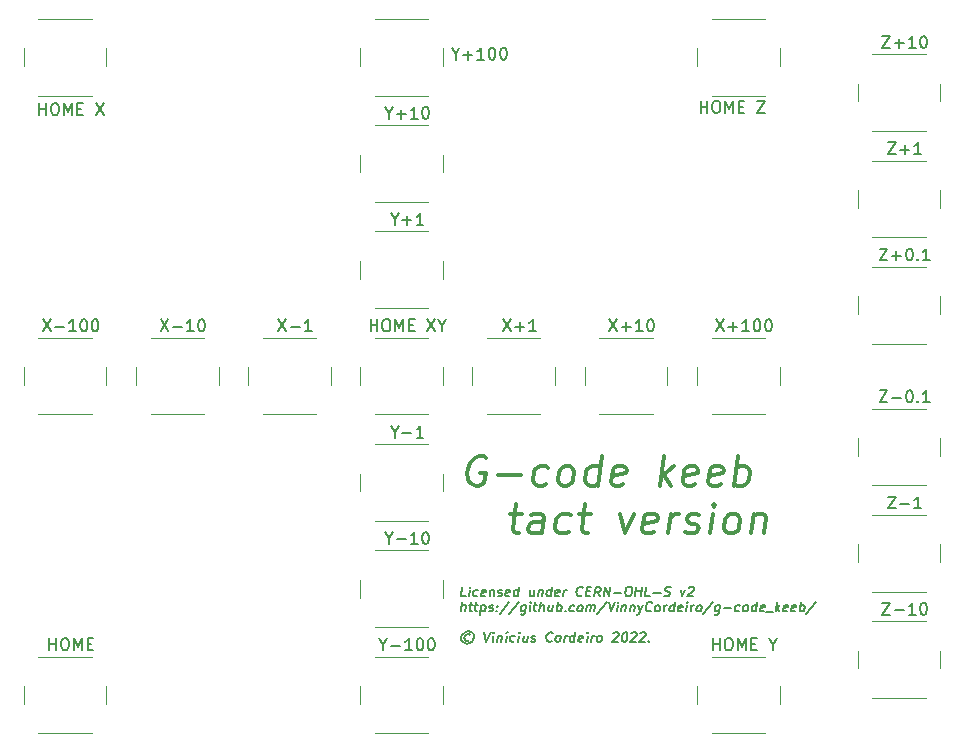
<source format=gbr>
%TF.GenerationSoftware,KiCad,Pcbnew,(6.0.4)*%
%TF.CreationDate,2022-05-21T19:00:59-03:00*%
%TF.ProjectId,G-Code_Keeb_tact,472d436f-6465-45f4-9b65-65625f746163,1*%
%TF.SameCoordinates,Original*%
%TF.FileFunction,Legend,Top*%
%TF.FilePolarity,Positive*%
%FSLAX46Y46*%
G04 Gerber Fmt 4.6, Leading zero omitted, Abs format (unit mm)*
G04 Created by KiCad (PCBNEW (6.0.4)) date 2022-05-21 19:00:59*
%MOMM*%
%LPD*%
G01*
G04 APERTURE LIST*
%ADD10C,0.150000*%
%ADD11C,0.300000*%
%ADD12C,0.120000*%
G04 APERTURE END LIST*
D10*
X128673690Y-111889904D02*
X128292738Y-111889904D01*
X128392738Y-111089904D01*
X128940357Y-111889904D02*
X129007023Y-111356571D01*
X129040357Y-111089904D02*
X128997500Y-111128000D01*
X129030833Y-111166095D01*
X129073690Y-111128000D01*
X129040357Y-111089904D01*
X129030833Y-111166095D01*
X129668928Y-111851809D02*
X129587976Y-111889904D01*
X129435595Y-111889904D01*
X129364166Y-111851809D01*
X129330833Y-111813714D01*
X129302261Y-111737523D01*
X129330833Y-111508952D01*
X129378452Y-111432761D01*
X129421309Y-111394666D01*
X129502261Y-111356571D01*
X129654642Y-111356571D01*
X129726071Y-111394666D01*
X130316547Y-111851809D02*
X130235595Y-111889904D01*
X130083214Y-111889904D01*
X130011785Y-111851809D01*
X129983214Y-111775619D01*
X130021309Y-111470857D01*
X130068928Y-111394666D01*
X130149880Y-111356571D01*
X130302261Y-111356571D01*
X130373690Y-111394666D01*
X130402261Y-111470857D01*
X130392738Y-111547047D01*
X130002261Y-111623238D01*
X130759404Y-111356571D02*
X130692738Y-111889904D01*
X130749880Y-111432761D02*
X130792738Y-111394666D01*
X130873690Y-111356571D01*
X130987976Y-111356571D01*
X131059404Y-111394666D01*
X131087976Y-111470857D01*
X131035595Y-111889904D01*
X131383214Y-111851809D02*
X131454642Y-111889904D01*
X131607023Y-111889904D01*
X131687976Y-111851809D01*
X131735595Y-111775619D01*
X131740357Y-111737523D01*
X131711785Y-111661333D01*
X131640357Y-111623238D01*
X131526071Y-111623238D01*
X131454642Y-111585142D01*
X131426071Y-111508952D01*
X131430833Y-111470857D01*
X131478452Y-111394666D01*
X131559404Y-111356571D01*
X131673690Y-111356571D01*
X131745119Y-111394666D01*
X132373690Y-111851809D02*
X132292738Y-111889904D01*
X132140357Y-111889904D01*
X132068928Y-111851809D01*
X132040357Y-111775619D01*
X132078452Y-111470857D01*
X132126071Y-111394666D01*
X132207023Y-111356571D01*
X132359404Y-111356571D01*
X132430833Y-111394666D01*
X132459404Y-111470857D01*
X132449880Y-111547047D01*
X132059404Y-111623238D01*
X133092738Y-111889904D02*
X133192738Y-111089904D01*
X133097500Y-111851809D02*
X133016547Y-111889904D01*
X132864166Y-111889904D01*
X132792738Y-111851809D01*
X132759404Y-111813714D01*
X132730833Y-111737523D01*
X132759404Y-111508952D01*
X132807023Y-111432761D01*
X132849880Y-111394666D01*
X132930833Y-111356571D01*
X133083214Y-111356571D01*
X133154642Y-111394666D01*
X134492738Y-111356571D02*
X134426071Y-111889904D01*
X134149880Y-111356571D02*
X134097500Y-111775619D01*
X134126071Y-111851809D01*
X134197500Y-111889904D01*
X134311785Y-111889904D01*
X134392738Y-111851809D01*
X134435595Y-111813714D01*
X134873690Y-111356571D02*
X134807023Y-111889904D01*
X134864166Y-111432761D02*
X134907023Y-111394666D01*
X134987976Y-111356571D01*
X135102261Y-111356571D01*
X135173690Y-111394666D01*
X135202261Y-111470857D01*
X135149880Y-111889904D01*
X135873690Y-111889904D02*
X135973690Y-111089904D01*
X135878452Y-111851809D02*
X135797500Y-111889904D01*
X135645119Y-111889904D01*
X135573690Y-111851809D01*
X135540357Y-111813714D01*
X135511785Y-111737523D01*
X135540357Y-111508952D01*
X135587976Y-111432761D01*
X135630833Y-111394666D01*
X135711785Y-111356571D01*
X135864166Y-111356571D01*
X135935595Y-111394666D01*
X136564166Y-111851809D02*
X136483214Y-111889904D01*
X136330833Y-111889904D01*
X136259404Y-111851809D01*
X136230833Y-111775619D01*
X136268928Y-111470857D01*
X136316547Y-111394666D01*
X136397500Y-111356571D01*
X136549880Y-111356571D01*
X136621309Y-111394666D01*
X136649880Y-111470857D01*
X136640357Y-111547047D01*
X136249880Y-111623238D01*
X136940357Y-111889904D02*
X137007023Y-111356571D01*
X136987976Y-111508952D02*
X137035595Y-111432761D01*
X137078452Y-111394666D01*
X137159404Y-111356571D01*
X137235595Y-111356571D01*
X138511785Y-111813714D02*
X138468928Y-111851809D01*
X138349880Y-111889904D01*
X138273690Y-111889904D01*
X138164166Y-111851809D01*
X138097500Y-111775619D01*
X138068928Y-111699428D01*
X138049880Y-111547047D01*
X138064166Y-111432761D01*
X138121309Y-111280380D01*
X138168928Y-111204190D01*
X138254642Y-111128000D01*
X138373690Y-111089904D01*
X138449880Y-111089904D01*
X138559404Y-111128000D01*
X138592738Y-111166095D01*
X138897500Y-111470857D02*
X139164166Y-111470857D01*
X139226071Y-111889904D02*
X138845119Y-111889904D01*
X138945119Y-111089904D01*
X139326071Y-111089904D01*
X140026071Y-111889904D02*
X139807023Y-111508952D01*
X139568928Y-111889904D02*
X139668928Y-111089904D01*
X139973690Y-111089904D01*
X140045119Y-111128000D01*
X140078452Y-111166095D01*
X140107023Y-111242285D01*
X140092738Y-111356571D01*
X140045119Y-111432761D01*
X140002261Y-111470857D01*
X139921309Y-111508952D01*
X139616547Y-111508952D01*
X140368928Y-111889904D02*
X140468928Y-111089904D01*
X140826071Y-111889904D01*
X140926071Y-111089904D01*
X141245119Y-111585142D02*
X141854642Y-111585142D01*
X142449880Y-111089904D02*
X142602261Y-111089904D01*
X142673690Y-111128000D01*
X142740357Y-111204190D01*
X142759404Y-111356571D01*
X142726071Y-111623238D01*
X142668928Y-111775619D01*
X142583214Y-111851809D01*
X142502261Y-111889904D01*
X142349880Y-111889904D01*
X142278452Y-111851809D01*
X142211785Y-111775619D01*
X142192738Y-111623238D01*
X142226071Y-111356571D01*
X142283214Y-111204190D01*
X142368928Y-111128000D01*
X142449880Y-111089904D01*
X143035595Y-111889904D02*
X143135595Y-111089904D01*
X143087976Y-111470857D02*
X143545119Y-111470857D01*
X143492738Y-111889904D02*
X143592738Y-111089904D01*
X144254642Y-111889904D02*
X143873690Y-111889904D01*
X143973690Y-111089904D01*
X144559404Y-111585142D02*
X145168928Y-111585142D01*
X145478452Y-111851809D02*
X145587976Y-111889904D01*
X145778452Y-111889904D01*
X145859404Y-111851809D01*
X145902261Y-111813714D01*
X145949880Y-111737523D01*
X145959404Y-111661333D01*
X145930833Y-111585142D01*
X145897500Y-111547047D01*
X145826071Y-111508952D01*
X145678452Y-111470857D01*
X145607023Y-111432761D01*
X145573690Y-111394666D01*
X145545119Y-111318476D01*
X145554642Y-111242285D01*
X145602261Y-111166095D01*
X145645119Y-111128000D01*
X145726071Y-111089904D01*
X145916547Y-111089904D01*
X146026071Y-111128000D01*
X146873690Y-111356571D02*
X146997500Y-111889904D01*
X147254642Y-111356571D01*
X147545119Y-111166095D02*
X147587976Y-111128000D01*
X147668928Y-111089904D01*
X147859404Y-111089904D01*
X147930833Y-111128000D01*
X147964166Y-111166095D01*
X147992738Y-111242285D01*
X147983214Y-111318476D01*
X147930833Y-111432761D01*
X147416547Y-111889904D01*
X147911785Y-111889904D01*
X128292738Y-113177904D02*
X128392738Y-112377904D01*
X128635595Y-113177904D02*
X128687976Y-112758857D01*
X128659404Y-112682666D01*
X128587976Y-112644571D01*
X128473690Y-112644571D01*
X128392738Y-112682666D01*
X128349880Y-112720761D01*
X128968928Y-112644571D02*
X129273690Y-112644571D01*
X129116547Y-112377904D02*
X129030833Y-113063619D01*
X129059404Y-113139809D01*
X129130833Y-113177904D01*
X129207023Y-113177904D01*
X129426071Y-112644571D02*
X129730833Y-112644571D01*
X129573690Y-112377904D02*
X129487976Y-113063619D01*
X129516547Y-113139809D01*
X129587976Y-113177904D01*
X129664166Y-113177904D01*
X129997500Y-112644571D02*
X129897500Y-113444571D01*
X129992738Y-112682666D02*
X130073690Y-112644571D01*
X130226071Y-112644571D01*
X130297500Y-112682666D01*
X130330833Y-112720761D01*
X130359404Y-112796952D01*
X130330833Y-113025523D01*
X130283214Y-113101714D01*
X130240357Y-113139809D01*
X130159404Y-113177904D01*
X130007023Y-113177904D01*
X129935595Y-113139809D01*
X130621309Y-113139809D02*
X130692738Y-113177904D01*
X130845119Y-113177904D01*
X130926071Y-113139809D01*
X130973690Y-113063619D01*
X130978452Y-113025523D01*
X130949880Y-112949333D01*
X130878452Y-112911238D01*
X130764166Y-112911238D01*
X130692738Y-112873142D01*
X130664166Y-112796952D01*
X130668928Y-112758857D01*
X130716547Y-112682666D01*
X130797500Y-112644571D01*
X130911785Y-112644571D01*
X130983214Y-112682666D01*
X131311785Y-113101714D02*
X131345119Y-113139809D01*
X131302261Y-113177904D01*
X131268928Y-113139809D01*
X131311785Y-113101714D01*
X131302261Y-113177904D01*
X131364166Y-112682666D02*
X131397500Y-112720761D01*
X131354642Y-112758857D01*
X131321309Y-112720761D01*
X131364166Y-112682666D01*
X131354642Y-112758857D01*
X132359404Y-112339809D02*
X131545119Y-113368380D01*
X133197500Y-112339809D02*
X132383214Y-113368380D01*
X133768928Y-112644571D02*
X133687976Y-113292190D01*
X133640357Y-113368380D01*
X133597500Y-113406476D01*
X133516547Y-113444571D01*
X133402261Y-113444571D01*
X133330833Y-113406476D01*
X133707023Y-113139809D02*
X133626071Y-113177904D01*
X133473690Y-113177904D01*
X133402261Y-113139809D01*
X133368928Y-113101714D01*
X133340357Y-113025523D01*
X133368928Y-112796952D01*
X133416547Y-112720761D01*
X133459404Y-112682666D01*
X133540357Y-112644571D01*
X133692738Y-112644571D01*
X133764166Y-112682666D01*
X134083214Y-113177904D02*
X134149880Y-112644571D01*
X134183214Y-112377904D02*
X134140357Y-112416000D01*
X134173690Y-112454095D01*
X134216547Y-112416000D01*
X134183214Y-112377904D01*
X134173690Y-112454095D01*
X134416547Y-112644571D02*
X134721309Y-112644571D01*
X134564166Y-112377904D02*
X134478452Y-113063619D01*
X134507023Y-113139809D01*
X134578452Y-113177904D01*
X134654642Y-113177904D01*
X134921309Y-113177904D02*
X135021309Y-112377904D01*
X135264166Y-113177904D02*
X135316547Y-112758857D01*
X135287976Y-112682666D01*
X135216547Y-112644571D01*
X135102261Y-112644571D01*
X135021309Y-112682666D01*
X134978452Y-112720761D01*
X136054642Y-112644571D02*
X135987976Y-113177904D01*
X135711785Y-112644571D02*
X135659404Y-113063619D01*
X135687976Y-113139809D01*
X135759404Y-113177904D01*
X135873690Y-113177904D01*
X135954642Y-113139809D01*
X135997500Y-113101714D01*
X136368928Y-113177904D02*
X136468928Y-112377904D01*
X136430833Y-112682666D02*
X136511785Y-112644571D01*
X136664166Y-112644571D01*
X136735595Y-112682666D01*
X136768928Y-112720761D01*
X136797500Y-112796952D01*
X136768928Y-113025523D01*
X136721309Y-113101714D01*
X136678452Y-113139809D01*
X136597500Y-113177904D01*
X136445119Y-113177904D01*
X136373690Y-113139809D01*
X137102261Y-113101714D02*
X137135595Y-113139809D01*
X137092738Y-113177904D01*
X137059404Y-113139809D01*
X137102261Y-113101714D01*
X137092738Y-113177904D01*
X137821309Y-113139809D02*
X137740357Y-113177904D01*
X137587976Y-113177904D01*
X137516547Y-113139809D01*
X137483214Y-113101714D01*
X137454642Y-113025523D01*
X137483214Y-112796952D01*
X137530833Y-112720761D01*
X137573690Y-112682666D01*
X137654642Y-112644571D01*
X137807023Y-112644571D01*
X137878452Y-112682666D01*
X138273690Y-113177904D02*
X138202261Y-113139809D01*
X138168928Y-113101714D01*
X138140357Y-113025523D01*
X138168928Y-112796952D01*
X138216547Y-112720761D01*
X138259404Y-112682666D01*
X138340357Y-112644571D01*
X138454642Y-112644571D01*
X138526071Y-112682666D01*
X138559404Y-112720761D01*
X138587976Y-112796952D01*
X138559404Y-113025523D01*
X138511785Y-113101714D01*
X138468928Y-113139809D01*
X138387976Y-113177904D01*
X138273690Y-113177904D01*
X138883214Y-113177904D02*
X138949880Y-112644571D01*
X138940357Y-112720761D02*
X138983214Y-112682666D01*
X139064166Y-112644571D01*
X139178452Y-112644571D01*
X139249880Y-112682666D01*
X139278452Y-112758857D01*
X139226071Y-113177904D01*
X139278452Y-112758857D02*
X139326071Y-112682666D01*
X139407023Y-112644571D01*
X139521309Y-112644571D01*
X139592738Y-112682666D01*
X139621309Y-112758857D01*
X139568928Y-113177904D01*
X140626071Y-112339809D02*
X139811785Y-113368380D01*
X140773690Y-112377904D02*
X140940357Y-113177904D01*
X141307023Y-112377904D01*
X141473690Y-113177904D02*
X141540357Y-112644571D01*
X141573690Y-112377904D02*
X141530833Y-112416000D01*
X141564166Y-112454095D01*
X141607023Y-112416000D01*
X141573690Y-112377904D01*
X141564166Y-112454095D01*
X141921309Y-112644571D02*
X141854642Y-113177904D01*
X141911785Y-112720761D02*
X141954642Y-112682666D01*
X142035595Y-112644571D01*
X142149880Y-112644571D01*
X142221309Y-112682666D01*
X142249880Y-112758857D01*
X142197500Y-113177904D01*
X142645119Y-112644571D02*
X142578452Y-113177904D01*
X142635595Y-112720761D02*
X142678452Y-112682666D01*
X142759404Y-112644571D01*
X142873690Y-112644571D01*
X142945119Y-112682666D01*
X142973690Y-112758857D01*
X142921309Y-113177904D01*
X143292738Y-112644571D02*
X143416547Y-113177904D01*
X143673690Y-112644571D02*
X143416547Y-113177904D01*
X143316547Y-113368380D01*
X143273690Y-113406476D01*
X143192738Y-113444571D01*
X144378452Y-113101714D02*
X144335595Y-113139809D01*
X144216547Y-113177904D01*
X144140357Y-113177904D01*
X144030833Y-113139809D01*
X143964166Y-113063619D01*
X143935595Y-112987428D01*
X143916547Y-112835047D01*
X143930833Y-112720761D01*
X143987976Y-112568380D01*
X144035595Y-112492190D01*
X144121309Y-112416000D01*
X144240357Y-112377904D01*
X144316547Y-112377904D01*
X144426071Y-112416000D01*
X144459404Y-112454095D01*
X144826071Y-113177904D02*
X144754642Y-113139809D01*
X144721309Y-113101714D01*
X144692738Y-113025523D01*
X144721309Y-112796952D01*
X144768928Y-112720761D01*
X144811785Y-112682666D01*
X144892738Y-112644571D01*
X145007023Y-112644571D01*
X145078452Y-112682666D01*
X145111785Y-112720761D01*
X145140357Y-112796952D01*
X145111785Y-113025523D01*
X145064166Y-113101714D01*
X145021309Y-113139809D01*
X144940357Y-113177904D01*
X144826071Y-113177904D01*
X145435595Y-113177904D02*
X145502261Y-112644571D01*
X145483214Y-112796952D02*
X145530833Y-112720761D01*
X145573690Y-112682666D01*
X145654642Y-112644571D01*
X145730833Y-112644571D01*
X146273690Y-113177904D02*
X146373690Y-112377904D01*
X146278452Y-113139809D02*
X146197500Y-113177904D01*
X146045119Y-113177904D01*
X145973690Y-113139809D01*
X145940357Y-113101714D01*
X145911785Y-113025523D01*
X145940357Y-112796952D01*
X145987976Y-112720761D01*
X146030833Y-112682666D01*
X146111785Y-112644571D01*
X146264166Y-112644571D01*
X146335595Y-112682666D01*
X146964166Y-113139809D02*
X146883214Y-113177904D01*
X146730833Y-113177904D01*
X146659404Y-113139809D01*
X146630833Y-113063619D01*
X146668928Y-112758857D01*
X146716547Y-112682666D01*
X146797500Y-112644571D01*
X146949880Y-112644571D01*
X147021309Y-112682666D01*
X147049880Y-112758857D01*
X147040357Y-112835047D01*
X146649880Y-112911238D01*
X147340357Y-113177904D02*
X147407023Y-112644571D01*
X147440357Y-112377904D02*
X147397500Y-112416000D01*
X147430833Y-112454095D01*
X147473690Y-112416000D01*
X147440357Y-112377904D01*
X147430833Y-112454095D01*
X147721309Y-113177904D02*
X147787976Y-112644571D01*
X147768928Y-112796952D02*
X147816547Y-112720761D01*
X147859404Y-112682666D01*
X147940357Y-112644571D01*
X148016547Y-112644571D01*
X148330833Y-113177904D02*
X148259404Y-113139809D01*
X148226071Y-113101714D01*
X148197500Y-113025523D01*
X148226071Y-112796952D01*
X148273690Y-112720761D01*
X148316547Y-112682666D01*
X148397500Y-112644571D01*
X148511785Y-112644571D01*
X148583214Y-112682666D01*
X148616547Y-112720761D01*
X148645119Y-112796952D01*
X148616547Y-113025523D01*
X148568928Y-113101714D01*
X148526071Y-113139809D01*
X148445119Y-113177904D01*
X148330833Y-113177904D01*
X149616547Y-112339809D02*
X148802261Y-113368380D01*
X150187976Y-112644571D02*
X150107023Y-113292190D01*
X150059404Y-113368380D01*
X150016547Y-113406476D01*
X149935595Y-113444571D01*
X149821309Y-113444571D01*
X149749880Y-113406476D01*
X150126071Y-113139809D02*
X150045119Y-113177904D01*
X149892738Y-113177904D01*
X149821309Y-113139809D01*
X149787976Y-113101714D01*
X149759404Y-113025523D01*
X149787976Y-112796952D01*
X149835595Y-112720761D01*
X149878452Y-112682666D01*
X149959404Y-112644571D01*
X150111785Y-112644571D01*
X150183214Y-112682666D01*
X150540357Y-112873142D02*
X151149880Y-112873142D01*
X151840357Y-113139809D02*
X151759404Y-113177904D01*
X151607023Y-113177904D01*
X151535595Y-113139809D01*
X151502261Y-113101714D01*
X151473690Y-113025523D01*
X151502261Y-112796952D01*
X151549880Y-112720761D01*
X151592738Y-112682666D01*
X151673690Y-112644571D01*
X151826071Y-112644571D01*
X151897500Y-112682666D01*
X152292738Y-113177904D02*
X152221309Y-113139809D01*
X152187976Y-113101714D01*
X152159404Y-113025523D01*
X152187976Y-112796952D01*
X152235595Y-112720761D01*
X152278452Y-112682666D01*
X152359404Y-112644571D01*
X152473690Y-112644571D01*
X152545119Y-112682666D01*
X152578452Y-112720761D01*
X152607023Y-112796952D01*
X152578452Y-113025523D01*
X152530833Y-113101714D01*
X152487976Y-113139809D01*
X152407023Y-113177904D01*
X152292738Y-113177904D01*
X153245119Y-113177904D02*
X153345119Y-112377904D01*
X153249880Y-113139809D02*
X153168928Y-113177904D01*
X153016547Y-113177904D01*
X152945119Y-113139809D01*
X152911785Y-113101714D01*
X152883214Y-113025523D01*
X152911785Y-112796952D01*
X152959404Y-112720761D01*
X153002261Y-112682666D01*
X153083214Y-112644571D01*
X153235595Y-112644571D01*
X153307023Y-112682666D01*
X153935595Y-113139809D02*
X153854642Y-113177904D01*
X153702261Y-113177904D01*
X153630833Y-113139809D01*
X153602261Y-113063619D01*
X153640357Y-112758857D01*
X153687976Y-112682666D01*
X153768928Y-112644571D01*
X153921309Y-112644571D01*
X153992738Y-112682666D01*
X154021309Y-112758857D01*
X154011785Y-112835047D01*
X153621309Y-112911238D01*
X154111785Y-113254095D02*
X154721309Y-113254095D01*
X154921309Y-113177904D02*
X155021309Y-112377904D01*
X155035595Y-112873142D02*
X155226071Y-113177904D01*
X155292738Y-112644571D02*
X154949880Y-112949333D01*
X155878452Y-113139809D02*
X155797500Y-113177904D01*
X155645119Y-113177904D01*
X155573690Y-113139809D01*
X155545119Y-113063619D01*
X155583214Y-112758857D01*
X155630833Y-112682666D01*
X155711785Y-112644571D01*
X155864166Y-112644571D01*
X155935595Y-112682666D01*
X155964166Y-112758857D01*
X155954642Y-112835047D01*
X155564166Y-112911238D01*
X156564166Y-113139809D02*
X156483214Y-113177904D01*
X156330833Y-113177904D01*
X156259404Y-113139809D01*
X156230833Y-113063619D01*
X156268928Y-112758857D01*
X156316547Y-112682666D01*
X156397500Y-112644571D01*
X156549880Y-112644571D01*
X156621309Y-112682666D01*
X156649880Y-112758857D01*
X156640357Y-112835047D01*
X156249880Y-112911238D01*
X156940357Y-113177904D02*
X157040357Y-112377904D01*
X157002261Y-112682666D02*
X157083214Y-112644571D01*
X157235595Y-112644571D01*
X157307023Y-112682666D01*
X157340357Y-112720761D01*
X157368928Y-112796952D01*
X157340357Y-113025523D01*
X157292738Y-113101714D01*
X157249880Y-113139809D01*
X157168928Y-113177904D01*
X157016547Y-113177904D01*
X156945119Y-113139809D01*
X158340357Y-112339809D02*
X157526071Y-113368380D01*
X129016547Y-115144380D02*
X128945119Y-115106285D01*
X128792738Y-115106285D01*
X128711785Y-115144380D01*
X128626071Y-115220571D01*
X128578452Y-115296761D01*
X128559404Y-115449142D01*
X128587976Y-115525333D01*
X128654642Y-115601523D01*
X128726071Y-115639619D01*
X128878452Y-115639619D01*
X128959404Y-115601523D01*
X128902261Y-114839619D02*
X128707023Y-114877714D01*
X128502261Y-114992000D01*
X128364166Y-115182476D01*
X128302261Y-115372952D01*
X128316547Y-115563428D01*
X128407023Y-115753904D01*
X128583214Y-115868190D01*
X128768928Y-115906285D01*
X128964166Y-115868190D01*
X129168928Y-115753904D01*
X129307023Y-115563428D01*
X129368928Y-115372952D01*
X129354642Y-115182476D01*
X129264166Y-114992000D01*
X129087976Y-114877714D01*
X128902261Y-114839619D01*
X130259404Y-114953904D02*
X130426071Y-115753904D01*
X130792738Y-114953904D01*
X130959404Y-115753904D02*
X131026071Y-115220571D01*
X131059404Y-114953904D02*
X131016547Y-114992000D01*
X131049880Y-115030095D01*
X131092738Y-114992000D01*
X131059404Y-114953904D01*
X131049880Y-115030095D01*
X131407023Y-115220571D02*
X131340357Y-115753904D01*
X131397500Y-115296761D02*
X131440357Y-115258666D01*
X131521309Y-115220571D01*
X131635595Y-115220571D01*
X131707023Y-115258666D01*
X131735595Y-115334857D01*
X131683214Y-115753904D01*
X132064166Y-115753904D02*
X132130833Y-115220571D01*
X132245119Y-114915809D02*
X132116547Y-115030095D01*
X132792738Y-115715809D02*
X132711785Y-115753904D01*
X132559404Y-115753904D01*
X132487976Y-115715809D01*
X132454642Y-115677714D01*
X132426071Y-115601523D01*
X132454642Y-115372952D01*
X132502261Y-115296761D01*
X132545119Y-115258666D01*
X132626071Y-115220571D01*
X132778452Y-115220571D01*
X132849880Y-115258666D01*
X133130833Y-115753904D02*
X133197500Y-115220571D01*
X133230833Y-114953904D02*
X133187976Y-114992000D01*
X133221309Y-115030095D01*
X133264166Y-114992000D01*
X133230833Y-114953904D01*
X133221309Y-115030095D01*
X133921309Y-115220571D02*
X133854642Y-115753904D01*
X133578452Y-115220571D02*
X133526071Y-115639619D01*
X133554642Y-115715809D01*
X133626071Y-115753904D01*
X133740357Y-115753904D01*
X133821309Y-115715809D01*
X133864166Y-115677714D01*
X134202261Y-115715809D02*
X134273690Y-115753904D01*
X134426071Y-115753904D01*
X134507023Y-115715809D01*
X134554642Y-115639619D01*
X134559404Y-115601523D01*
X134530833Y-115525333D01*
X134459404Y-115487238D01*
X134345119Y-115487238D01*
X134273690Y-115449142D01*
X134245119Y-115372952D01*
X134249880Y-115334857D01*
X134297500Y-115258666D01*
X134378452Y-115220571D01*
X134492738Y-115220571D01*
X134564166Y-115258666D01*
X135959404Y-115677714D02*
X135916547Y-115715809D01*
X135797500Y-115753904D01*
X135721309Y-115753904D01*
X135611785Y-115715809D01*
X135545119Y-115639619D01*
X135516547Y-115563428D01*
X135497500Y-115411047D01*
X135511785Y-115296761D01*
X135568928Y-115144380D01*
X135616547Y-115068190D01*
X135702261Y-114992000D01*
X135821309Y-114953904D01*
X135897500Y-114953904D01*
X136007023Y-114992000D01*
X136040357Y-115030095D01*
X136407023Y-115753904D02*
X136335595Y-115715809D01*
X136302261Y-115677714D01*
X136273690Y-115601523D01*
X136302261Y-115372952D01*
X136349880Y-115296761D01*
X136392738Y-115258666D01*
X136473690Y-115220571D01*
X136587976Y-115220571D01*
X136659404Y-115258666D01*
X136692738Y-115296761D01*
X136721309Y-115372952D01*
X136692738Y-115601523D01*
X136645119Y-115677714D01*
X136602261Y-115715809D01*
X136521309Y-115753904D01*
X136407023Y-115753904D01*
X137016547Y-115753904D02*
X137083214Y-115220571D01*
X137064166Y-115372952D02*
X137111785Y-115296761D01*
X137154642Y-115258666D01*
X137235595Y-115220571D01*
X137311785Y-115220571D01*
X137854642Y-115753904D02*
X137954642Y-114953904D01*
X137859404Y-115715809D02*
X137778452Y-115753904D01*
X137626071Y-115753904D01*
X137554642Y-115715809D01*
X137521309Y-115677714D01*
X137492738Y-115601523D01*
X137521309Y-115372952D01*
X137568928Y-115296761D01*
X137611785Y-115258666D01*
X137692738Y-115220571D01*
X137845119Y-115220571D01*
X137916547Y-115258666D01*
X138545119Y-115715809D02*
X138464166Y-115753904D01*
X138311785Y-115753904D01*
X138240357Y-115715809D01*
X138211785Y-115639619D01*
X138249880Y-115334857D01*
X138297500Y-115258666D01*
X138378452Y-115220571D01*
X138530833Y-115220571D01*
X138602261Y-115258666D01*
X138630833Y-115334857D01*
X138621309Y-115411047D01*
X138230833Y-115487238D01*
X138921309Y-115753904D02*
X138987976Y-115220571D01*
X139021309Y-114953904D02*
X138978452Y-114992000D01*
X139011785Y-115030095D01*
X139054642Y-114992000D01*
X139021309Y-114953904D01*
X139011785Y-115030095D01*
X139302261Y-115753904D02*
X139368928Y-115220571D01*
X139349880Y-115372952D02*
X139397500Y-115296761D01*
X139440357Y-115258666D01*
X139521309Y-115220571D01*
X139597500Y-115220571D01*
X139911785Y-115753904D02*
X139840357Y-115715809D01*
X139807023Y-115677714D01*
X139778452Y-115601523D01*
X139807023Y-115372952D01*
X139854642Y-115296761D01*
X139897500Y-115258666D01*
X139978452Y-115220571D01*
X140092738Y-115220571D01*
X140164166Y-115258666D01*
X140197500Y-115296761D01*
X140226071Y-115372952D01*
X140197500Y-115601523D01*
X140149880Y-115677714D01*
X140107023Y-115715809D01*
X140026071Y-115753904D01*
X139911785Y-115753904D01*
X141183214Y-115030095D02*
X141226071Y-114992000D01*
X141307023Y-114953904D01*
X141497500Y-114953904D01*
X141568928Y-114992000D01*
X141602261Y-115030095D01*
X141630833Y-115106285D01*
X141621309Y-115182476D01*
X141568928Y-115296761D01*
X141054642Y-115753904D01*
X141549880Y-115753904D01*
X142145119Y-114953904D02*
X142221309Y-114953904D01*
X142292738Y-114992000D01*
X142326071Y-115030095D01*
X142354642Y-115106285D01*
X142373690Y-115258666D01*
X142349880Y-115449142D01*
X142292738Y-115601523D01*
X142245119Y-115677714D01*
X142202261Y-115715809D01*
X142121309Y-115753904D01*
X142045119Y-115753904D01*
X141973690Y-115715809D01*
X141940357Y-115677714D01*
X141911785Y-115601523D01*
X141892738Y-115449142D01*
X141916547Y-115258666D01*
X141973690Y-115106285D01*
X142021309Y-115030095D01*
X142064166Y-114992000D01*
X142145119Y-114953904D01*
X142707023Y-115030095D02*
X142749880Y-114992000D01*
X142830833Y-114953904D01*
X143021309Y-114953904D01*
X143092738Y-114992000D01*
X143126071Y-115030095D01*
X143154642Y-115106285D01*
X143145119Y-115182476D01*
X143092738Y-115296761D01*
X142578452Y-115753904D01*
X143073690Y-115753904D01*
X143468928Y-115030095D02*
X143511785Y-114992000D01*
X143592738Y-114953904D01*
X143783214Y-114953904D01*
X143854642Y-114992000D01*
X143887976Y-115030095D01*
X143916547Y-115106285D01*
X143907023Y-115182476D01*
X143854642Y-115296761D01*
X143340357Y-115753904D01*
X143835595Y-115753904D01*
X144187976Y-115677714D02*
X144221309Y-115715809D01*
X144178452Y-115753904D01*
X144145119Y-115715809D01*
X144187976Y-115677714D01*
X144178452Y-115753904D01*
D11*
X130412261Y-100162500D02*
X130189047Y-100043452D01*
X129831904Y-100043452D01*
X129459880Y-100162500D01*
X129192023Y-100400595D01*
X129043214Y-100638690D01*
X128864642Y-101114880D01*
X128820000Y-101472023D01*
X128879523Y-101948214D01*
X128968809Y-102186309D01*
X129177142Y-102424404D01*
X129519404Y-102543452D01*
X129757500Y-102543452D01*
X130129523Y-102424404D01*
X130263452Y-102305357D01*
X130367619Y-101472023D01*
X129891428Y-101472023D01*
X131424166Y-101591071D02*
X133328928Y-101591071D01*
X135486666Y-102424404D02*
X135233690Y-102543452D01*
X134757500Y-102543452D01*
X134534285Y-102424404D01*
X134430119Y-102305357D01*
X134340833Y-102067261D01*
X134430119Y-101352976D01*
X134578928Y-101114880D01*
X134712857Y-100995833D01*
X134965833Y-100876785D01*
X135442023Y-100876785D01*
X135665238Y-100995833D01*
X136900357Y-102543452D02*
X136677142Y-102424404D01*
X136572976Y-102305357D01*
X136483690Y-102067261D01*
X136572976Y-101352976D01*
X136721785Y-101114880D01*
X136855714Y-100995833D01*
X137108690Y-100876785D01*
X137465833Y-100876785D01*
X137689047Y-100995833D01*
X137793214Y-101114880D01*
X137882500Y-101352976D01*
X137793214Y-102067261D01*
X137644404Y-102305357D01*
X137510476Y-102424404D01*
X137257500Y-102543452D01*
X136900357Y-102543452D01*
X139876547Y-102543452D02*
X140189047Y-100043452D01*
X139891428Y-102424404D02*
X139638452Y-102543452D01*
X139162261Y-102543452D01*
X138939047Y-102424404D01*
X138834880Y-102305357D01*
X138745595Y-102067261D01*
X138834880Y-101352976D01*
X138983690Y-101114880D01*
X139117619Y-100995833D01*
X139370595Y-100876785D01*
X139846785Y-100876785D01*
X140070000Y-100995833D01*
X142034285Y-102424404D02*
X141781309Y-102543452D01*
X141305119Y-102543452D01*
X141081904Y-102424404D01*
X140992619Y-102186309D01*
X141111666Y-101233928D01*
X141260476Y-100995833D01*
X141513452Y-100876785D01*
X141989642Y-100876785D01*
X142212857Y-100995833D01*
X142302142Y-101233928D01*
X142272380Y-101472023D01*
X141052142Y-101710119D01*
X145114642Y-102543452D02*
X145427142Y-100043452D01*
X145471785Y-101591071D02*
X146067023Y-102543452D01*
X146275357Y-100876785D02*
X145203928Y-101829166D01*
X148105714Y-102424404D02*
X147852738Y-102543452D01*
X147376547Y-102543452D01*
X147153333Y-102424404D01*
X147064047Y-102186309D01*
X147183095Y-101233928D01*
X147331904Y-100995833D01*
X147584880Y-100876785D01*
X148061071Y-100876785D01*
X148284285Y-100995833D01*
X148373571Y-101233928D01*
X148343809Y-101472023D01*
X147123571Y-101710119D01*
X150248571Y-102424404D02*
X149995595Y-102543452D01*
X149519404Y-102543452D01*
X149296190Y-102424404D01*
X149206904Y-102186309D01*
X149325952Y-101233928D01*
X149474761Y-100995833D01*
X149727738Y-100876785D01*
X150203928Y-100876785D01*
X150427142Y-100995833D01*
X150516428Y-101233928D01*
X150486666Y-101472023D01*
X149266428Y-101710119D01*
X151424166Y-102543452D02*
X151736666Y-100043452D01*
X151617619Y-100995833D02*
X151870595Y-100876785D01*
X152346785Y-100876785D01*
X152570000Y-100995833D01*
X152674166Y-101114880D01*
X152763452Y-101352976D01*
X152674166Y-102067261D01*
X152525357Y-102305357D01*
X152391428Y-102424404D01*
X152138452Y-102543452D01*
X151662261Y-102543452D01*
X151439047Y-102424404D01*
X132465833Y-104901785D02*
X133418214Y-104901785D01*
X132927142Y-104068452D02*
X132659285Y-106211309D01*
X132748571Y-106449404D01*
X132971785Y-106568452D01*
X133209880Y-106568452D01*
X135114642Y-106568452D02*
X135278333Y-105258928D01*
X135189047Y-105020833D01*
X134965833Y-104901785D01*
X134489642Y-104901785D01*
X134236666Y-105020833D01*
X135129523Y-106449404D02*
X134876547Y-106568452D01*
X134281309Y-106568452D01*
X134058095Y-106449404D01*
X133968809Y-106211309D01*
X133998571Y-105973214D01*
X134147380Y-105735119D01*
X134400357Y-105616071D01*
X134995595Y-105616071D01*
X135248571Y-105497023D01*
X137391428Y-106449404D02*
X137138452Y-106568452D01*
X136662261Y-106568452D01*
X136439047Y-106449404D01*
X136334880Y-106330357D01*
X136245595Y-106092261D01*
X136334880Y-105377976D01*
X136483690Y-105139880D01*
X136617619Y-105020833D01*
X136870595Y-104901785D01*
X137346785Y-104901785D01*
X137570000Y-105020833D01*
X138299166Y-104901785D02*
X139251547Y-104901785D01*
X138760476Y-104068452D02*
X138492619Y-106211309D01*
X138581904Y-106449404D01*
X138805119Y-106568452D01*
X139043214Y-106568452D01*
X141751547Y-104901785D02*
X142138452Y-106568452D01*
X142942023Y-104901785D01*
X144653333Y-106449404D02*
X144400357Y-106568452D01*
X143924166Y-106568452D01*
X143700952Y-106449404D01*
X143611666Y-106211309D01*
X143730714Y-105258928D01*
X143879523Y-105020833D01*
X144132500Y-104901785D01*
X144608690Y-104901785D01*
X144831904Y-105020833D01*
X144921190Y-105258928D01*
X144891428Y-105497023D01*
X143671190Y-105735119D01*
X145828928Y-106568452D02*
X146037261Y-104901785D01*
X145977738Y-105377976D02*
X146126547Y-105139880D01*
X146260476Y-105020833D01*
X146513452Y-104901785D01*
X146751547Y-104901785D01*
X147272380Y-106449404D02*
X147495595Y-106568452D01*
X147971785Y-106568452D01*
X148224761Y-106449404D01*
X148373571Y-106211309D01*
X148388452Y-106092261D01*
X148299166Y-105854166D01*
X148075952Y-105735119D01*
X147718809Y-105735119D01*
X147495595Y-105616071D01*
X147406309Y-105377976D01*
X147421190Y-105258928D01*
X147570000Y-105020833D01*
X147822976Y-104901785D01*
X148180119Y-104901785D01*
X148403333Y-105020833D01*
X149400357Y-106568452D02*
X149608690Y-104901785D01*
X149712857Y-104068452D02*
X149578928Y-104187500D01*
X149683095Y-104306547D01*
X149817023Y-104187500D01*
X149712857Y-104068452D01*
X149683095Y-104306547D01*
X150947976Y-106568452D02*
X150724761Y-106449404D01*
X150620595Y-106330357D01*
X150531309Y-106092261D01*
X150620595Y-105377976D01*
X150769404Y-105139880D01*
X150903333Y-105020833D01*
X151156309Y-104901785D01*
X151513452Y-104901785D01*
X151736666Y-105020833D01*
X151840833Y-105139880D01*
X151930119Y-105377976D01*
X151840833Y-106092261D01*
X151692023Y-106330357D01*
X151558095Y-106449404D01*
X151305119Y-106568452D01*
X150947976Y-106568452D01*
X153061071Y-104901785D02*
X152852738Y-106568452D01*
X153031309Y-105139880D02*
X153165238Y-105020833D01*
X153418214Y-104901785D01*
X153775357Y-104901785D01*
X153998571Y-105020833D01*
X154087857Y-105258928D01*
X153924166Y-106568452D01*
D10*
%TO.C,SW1*%
X149869047Y-88452380D02*
X150535714Y-89452380D01*
X150535714Y-88452380D02*
X149869047Y-89452380D01*
X150916666Y-89071428D02*
X151678571Y-89071428D01*
X151297619Y-89452380D02*
X151297619Y-88690476D01*
X152678571Y-89452380D02*
X152107142Y-89452380D01*
X152392857Y-89452380D02*
X152392857Y-88452380D01*
X152297619Y-88595238D01*
X152202380Y-88690476D01*
X152107142Y-88738095D01*
X153297619Y-88452380D02*
X153392857Y-88452380D01*
X153488095Y-88500000D01*
X153535714Y-88547619D01*
X153583333Y-88642857D01*
X153630952Y-88833333D01*
X153630952Y-89071428D01*
X153583333Y-89261904D01*
X153535714Y-89357142D01*
X153488095Y-89404761D01*
X153392857Y-89452380D01*
X153297619Y-89452380D01*
X153202380Y-89404761D01*
X153154761Y-89357142D01*
X153107142Y-89261904D01*
X153059523Y-89071428D01*
X153059523Y-88833333D01*
X153107142Y-88642857D01*
X153154761Y-88547619D01*
X153202380Y-88500000D01*
X153297619Y-88452380D01*
X154250000Y-88452380D02*
X154345238Y-88452380D01*
X154440476Y-88500000D01*
X154488095Y-88547619D01*
X154535714Y-88642857D01*
X154583333Y-88833333D01*
X154583333Y-89071428D01*
X154535714Y-89261904D01*
X154488095Y-89357142D01*
X154440476Y-89404761D01*
X154345238Y-89452380D01*
X154250000Y-89452380D01*
X154154761Y-89404761D01*
X154107142Y-89357142D01*
X154059523Y-89261904D01*
X154011904Y-89071428D01*
X154011904Y-88833333D01*
X154059523Y-88642857D01*
X154107142Y-88547619D01*
X154154761Y-88500000D01*
X154250000Y-88452380D01*
%TO.C,SW5*%
X102845238Y-88452380D02*
X103511904Y-89452380D01*
X103511904Y-88452380D02*
X102845238Y-89452380D01*
X103892857Y-89071428D02*
X104654761Y-89071428D01*
X105654761Y-89452380D02*
X105083333Y-89452380D01*
X105369047Y-89452380D02*
X105369047Y-88452380D01*
X105273809Y-88595238D01*
X105178571Y-88690476D01*
X105083333Y-88738095D01*
X106273809Y-88452380D02*
X106369047Y-88452380D01*
X106464285Y-88500000D01*
X106511904Y-88547619D01*
X106559523Y-88642857D01*
X106607142Y-88833333D01*
X106607142Y-89071428D01*
X106559523Y-89261904D01*
X106511904Y-89357142D01*
X106464285Y-89404761D01*
X106369047Y-89452380D01*
X106273809Y-89452380D01*
X106178571Y-89404761D01*
X106130952Y-89357142D01*
X106083333Y-89261904D01*
X106035714Y-89071428D01*
X106035714Y-88833333D01*
X106083333Y-88642857D01*
X106130952Y-88547619D01*
X106178571Y-88500000D01*
X106273809Y-88452380D01*
%TO.C,SW23*%
X148559523Y-70952380D02*
X148559523Y-69952380D01*
X148559523Y-70428571D02*
X149130952Y-70428571D01*
X149130952Y-70952380D02*
X149130952Y-69952380D01*
X149797619Y-69952380D02*
X149988095Y-69952380D01*
X150083333Y-70000000D01*
X150178571Y-70095238D01*
X150226190Y-70285714D01*
X150226190Y-70619047D01*
X150178571Y-70809523D01*
X150083333Y-70904761D01*
X149988095Y-70952380D01*
X149797619Y-70952380D01*
X149702380Y-70904761D01*
X149607142Y-70809523D01*
X149559523Y-70619047D01*
X149559523Y-70285714D01*
X149607142Y-70095238D01*
X149702380Y-70000000D01*
X149797619Y-69952380D01*
X150654761Y-70952380D02*
X150654761Y-69952380D01*
X150988095Y-70666666D01*
X151321428Y-69952380D01*
X151321428Y-70952380D01*
X151797619Y-70428571D02*
X152130952Y-70428571D01*
X152273809Y-70952380D02*
X151797619Y-70952380D01*
X151797619Y-69952380D01*
X152273809Y-69952380D01*
X153369047Y-69952380D02*
X154035714Y-69952380D01*
X153369047Y-70952380D01*
X154035714Y-70952380D01*
%TO.C,SW22*%
X120630952Y-89452380D02*
X120630952Y-88452380D01*
X120630952Y-88928571D02*
X121202380Y-88928571D01*
X121202380Y-89452380D02*
X121202380Y-88452380D01*
X121869047Y-88452380D02*
X122059523Y-88452380D01*
X122154761Y-88500000D01*
X122250000Y-88595238D01*
X122297619Y-88785714D01*
X122297619Y-89119047D01*
X122250000Y-89309523D01*
X122154761Y-89404761D01*
X122059523Y-89452380D01*
X121869047Y-89452380D01*
X121773809Y-89404761D01*
X121678571Y-89309523D01*
X121630952Y-89119047D01*
X121630952Y-88785714D01*
X121678571Y-88595238D01*
X121773809Y-88500000D01*
X121869047Y-88452380D01*
X122726190Y-89452380D02*
X122726190Y-88452380D01*
X123059523Y-89166666D01*
X123392857Y-88452380D01*
X123392857Y-89452380D01*
X123869047Y-88928571D02*
X124202380Y-88928571D01*
X124345238Y-89452380D02*
X123869047Y-89452380D01*
X123869047Y-88452380D01*
X124345238Y-88452380D01*
X125440476Y-88452380D02*
X126107142Y-89452380D01*
X126107142Y-88452380D02*
X125440476Y-89452380D01*
X126678571Y-88976190D02*
X126678571Y-89452380D01*
X126345238Y-88452380D02*
X126678571Y-88976190D01*
X127011904Y-88452380D01*
%TO.C,SW20*%
X92559523Y-71152380D02*
X92559523Y-70152380D01*
X92559523Y-70628571D02*
X93130952Y-70628571D01*
X93130952Y-71152380D02*
X93130952Y-70152380D01*
X93797619Y-70152380D02*
X93988095Y-70152380D01*
X94083333Y-70200000D01*
X94178571Y-70295238D01*
X94226190Y-70485714D01*
X94226190Y-70819047D01*
X94178571Y-71009523D01*
X94083333Y-71104761D01*
X93988095Y-71152380D01*
X93797619Y-71152380D01*
X93702380Y-71104761D01*
X93607142Y-71009523D01*
X93559523Y-70819047D01*
X93559523Y-70485714D01*
X93607142Y-70295238D01*
X93702380Y-70200000D01*
X93797619Y-70152380D01*
X94654761Y-71152380D02*
X94654761Y-70152380D01*
X94988095Y-70866666D01*
X95321428Y-70152380D01*
X95321428Y-71152380D01*
X95797619Y-70628571D02*
X96130952Y-70628571D01*
X96273809Y-71152380D02*
X95797619Y-71152380D01*
X95797619Y-70152380D01*
X96273809Y-70152380D01*
X97369047Y-70152380D02*
X98035714Y-71152380D01*
X98035714Y-70152380D02*
X97369047Y-71152380D01*
%TO.C,SW8*%
X122178571Y-70976190D02*
X122178571Y-71452380D01*
X121845238Y-70452380D02*
X122178571Y-70976190D01*
X122511904Y-70452380D01*
X122845238Y-71071428D02*
X123607142Y-71071428D01*
X123226190Y-71452380D02*
X123226190Y-70690476D01*
X124607142Y-71452380D02*
X124035714Y-71452380D01*
X124321428Y-71452380D02*
X124321428Y-70452380D01*
X124226190Y-70595238D01*
X124130952Y-70690476D01*
X124035714Y-70738095D01*
X125226190Y-70452380D02*
X125321428Y-70452380D01*
X125416666Y-70500000D01*
X125464285Y-70547619D01*
X125511904Y-70642857D01*
X125559523Y-70833333D01*
X125559523Y-71071428D01*
X125511904Y-71261904D01*
X125464285Y-71357142D01*
X125416666Y-71404761D01*
X125321428Y-71452380D01*
X125226190Y-71452380D01*
X125130952Y-71404761D01*
X125083333Y-71357142D01*
X125035714Y-71261904D01*
X124988095Y-71071428D01*
X124988095Y-70833333D01*
X125035714Y-70642857D01*
X125083333Y-70547619D01*
X125130952Y-70500000D01*
X125226190Y-70452380D01*
%TO.C,SW2*%
X140845238Y-88452380D02*
X141511904Y-89452380D01*
X141511904Y-88452380D02*
X140845238Y-89452380D01*
X141892857Y-89071428D02*
X142654761Y-89071428D01*
X142273809Y-89452380D02*
X142273809Y-88690476D01*
X143654761Y-89452380D02*
X143083333Y-89452380D01*
X143369047Y-89452380D02*
X143369047Y-88452380D01*
X143273809Y-88595238D01*
X143178571Y-88690476D01*
X143083333Y-88738095D01*
X144273809Y-88452380D02*
X144369047Y-88452380D01*
X144464285Y-88500000D01*
X144511904Y-88547619D01*
X144559523Y-88642857D01*
X144607142Y-88833333D01*
X144607142Y-89071428D01*
X144559523Y-89261904D01*
X144511904Y-89357142D01*
X144464285Y-89404761D01*
X144369047Y-89452380D01*
X144273809Y-89452380D01*
X144178571Y-89404761D01*
X144130952Y-89357142D01*
X144083333Y-89261904D01*
X144035714Y-89071428D01*
X144035714Y-88833333D01*
X144083333Y-88642857D01*
X144130952Y-88547619D01*
X144178571Y-88500000D01*
X144273809Y-88452380D01*
%TO.C,SW7*%
X127812380Y-65976190D02*
X127812380Y-66452380D01*
X127479047Y-65452380D02*
X127812380Y-65976190D01*
X128145714Y-65452380D01*
X128479047Y-66071428D02*
X129240952Y-66071428D01*
X128860000Y-66452380D02*
X128860000Y-65690476D01*
X130240952Y-66452380D02*
X129669523Y-66452380D01*
X129955238Y-66452380D02*
X129955238Y-65452380D01*
X129860000Y-65595238D01*
X129764761Y-65690476D01*
X129669523Y-65738095D01*
X130860000Y-65452380D02*
X130955238Y-65452380D01*
X131050476Y-65500000D01*
X131098095Y-65547619D01*
X131145714Y-65642857D01*
X131193333Y-65833333D01*
X131193333Y-66071428D01*
X131145714Y-66261904D01*
X131098095Y-66357142D01*
X131050476Y-66404761D01*
X130955238Y-66452380D01*
X130860000Y-66452380D01*
X130764761Y-66404761D01*
X130717142Y-66357142D01*
X130669523Y-66261904D01*
X130621904Y-66071428D01*
X130621904Y-65833333D01*
X130669523Y-65642857D01*
X130717142Y-65547619D01*
X130764761Y-65500000D01*
X130860000Y-65452380D01*
X131812380Y-65452380D02*
X131907619Y-65452380D01*
X132002857Y-65500000D01*
X132050476Y-65547619D01*
X132098095Y-65642857D01*
X132145714Y-65833333D01*
X132145714Y-66071428D01*
X132098095Y-66261904D01*
X132050476Y-66357142D01*
X132002857Y-66404761D01*
X131907619Y-66452380D01*
X131812380Y-66452380D01*
X131717142Y-66404761D01*
X131669523Y-66357142D01*
X131621904Y-66261904D01*
X131574285Y-66071428D01*
X131574285Y-65833333D01*
X131621904Y-65642857D01*
X131669523Y-65547619D01*
X131717142Y-65500000D01*
X131812380Y-65452380D01*
%TO.C,SW17*%
X164431428Y-103452380D02*
X165098095Y-103452380D01*
X164431428Y-104452380D01*
X165098095Y-104452380D01*
X165479047Y-104071428D02*
X166240952Y-104071428D01*
X167240952Y-104452380D02*
X166669523Y-104452380D01*
X166955238Y-104452380D02*
X166955238Y-103452380D01*
X166860000Y-103595238D01*
X166764761Y-103690476D01*
X166669523Y-103738095D01*
%TO.C,SW14*%
X164431428Y-73452380D02*
X165098095Y-73452380D01*
X164431428Y-74452380D01*
X165098095Y-74452380D01*
X165479047Y-74071428D02*
X166240952Y-74071428D01*
X165860000Y-74452380D02*
X165860000Y-73690476D01*
X167240952Y-74452380D02*
X166669523Y-74452380D01*
X166955238Y-74452380D02*
X166955238Y-73452380D01*
X166860000Y-73595238D01*
X166764761Y-73690476D01*
X166669523Y-73738095D01*
%TO.C,SW10*%
X122654761Y-97976190D02*
X122654761Y-98452380D01*
X122321428Y-97452380D02*
X122654761Y-97976190D01*
X122988095Y-97452380D01*
X123321428Y-98071428D02*
X124083333Y-98071428D01*
X125083333Y-98452380D02*
X124511904Y-98452380D01*
X124797619Y-98452380D02*
X124797619Y-97452380D01*
X124702380Y-97595238D01*
X124607142Y-97690476D01*
X124511904Y-97738095D01*
%TO.C,SW9*%
X122654761Y-79976190D02*
X122654761Y-80452380D01*
X122321428Y-79452380D02*
X122654761Y-79976190D01*
X122988095Y-79452380D01*
X123321428Y-80071428D02*
X124083333Y-80071428D01*
X123702380Y-80452380D02*
X123702380Y-79690476D01*
X125083333Y-80452380D02*
X124511904Y-80452380D01*
X124797619Y-80452380D02*
X124797619Y-79452380D01*
X124702380Y-79595238D01*
X124607142Y-79690476D01*
X124511904Y-79738095D01*
%TO.C,SW6*%
X92869047Y-88452380D02*
X93535714Y-89452380D01*
X93535714Y-88452380D02*
X92869047Y-89452380D01*
X93916666Y-89071428D02*
X94678571Y-89071428D01*
X95678571Y-89452380D02*
X95107142Y-89452380D01*
X95392857Y-89452380D02*
X95392857Y-88452380D01*
X95297619Y-88595238D01*
X95202380Y-88690476D01*
X95107142Y-88738095D01*
X96297619Y-88452380D02*
X96392857Y-88452380D01*
X96488095Y-88500000D01*
X96535714Y-88547619D01*
X96583333Y-88642857D01*
X96630952Y-88833333D01*
X96630952Y-89071428D01*
X96583333Y-89261904D01*
X96535714Y-89357142D01*
X96488095Y-89404761D01*
X96392857Y-89452380D01*
X96297619Y-89452380D01*
X96202380Y-89404761D01*
X96154761Y-89357142D01*
X96107142Y-89261904D01*
X96059523Y-89071428D01*
X96059523Y-88833333D01*
X96107142Y-88642857D01*
X96154761Y-88547619D01*
X96202380Y-88500000D01*
X96297619Y-88452380D01*
X97250000Y-88452380D02*
X97345238Y-88452380D01*
X97440476Y-88500000D01*
X97488095Y-88547619D01*
X97535714Y-88642857D01*
X97583333Y-88833333D01*
X97583333Y-89071428D01*
X97535714Y-89261904D01*
X97488095Y-89357142D01*
X97440476Y-89404761D01*
X97345238Y-89452380D01*
X97250000Y-89452380D01*
X97154761Y-89404761D01*
X97107142Y-89357142D01*
X97059523Y-89261904D01*
X97011904Y-89071428D01*
X97011904Y-88833333D01*
X97059523Y-88642857D01*
X97107142Y-88547619D01*
X97154761Y-88500000D01*
X97250000Y-88452380D01*
%TO.C,SW16*%
X163717142Y-94452380D02*
X164383809Y-94452380D01*
X163717142Y-95452380D01*
X164383809Y-95452380D01*
X164764761Y-95071428D02*
X165526666Y-95071428D01*
X166193333Y-94452380D02*
X166288571Y-94452380D01*
X166383809Y-94500000D01*
X166431428Y-94547619D01*
X166479047Y-94642857D01*
X166526666Y-94833333D01*
X166526666Y-95071428D01*
X166479047Y-95261904D01*
X166431428Y-95357142D01*
X166383809Y-95404761D01*
X166288571Y-95452380D01*
X166193333Y-95452380D01*
X166098095Y-95404761D01*
X166050476Y-95357142D01*
X166002857Y-95261904D01*
X165955238Y-95071428D01*
X165955238Y-94833333D01*
X166002857Y-94642857D01*
X166050476Y-94547619D01*
X166098095Y-94500000D01*
X166193333Y-94452380D01*
X166955238Y-95357142D02*
X167002857Y-95404761D01*
X166955238Y-95452380D01*
X166907619Y-95404761D01*
X166955238Y-95357142D01*
X166955238Y-95452380D01*
X167955238Y-95452380D02*
X167383809Y-95452380D01*
X167669523Y-95452380D02*
X167669523Y-94452380D01*
X167574285Y-94595238D01*
X167479047Y-94690476D01*
X167383809Y-94738095D01*
%TO.C,SW21*%
X149607142Y-116452380D02*
X149607142Y-115452380D01*
X149607142Y-115928571D02*
X150178571Y-115928571D01*
X150178571Y-116452380D02*
X150178571Y-115452380D01*
X150845238Y-115452380D02*
X151035714Y-115452380D01*
X151130952Y-115500000D01*
X151226190Y-115595238D01*
X151273809Y-115785714D01*
X151273809Y-116119047D01*
X151226190Y-116309523D01*
X151130952Y-116404761D01*
X151035714Y-116452380D01*
X150845238Y-116452380D01*
X150750000Y-116404761D01*
X150654761Y-116309523D01*
X150607142Y-116119047D01*
X150607142Y-115785714D01*
X150654761Y-115595238D01*
X150750000Y-115500000D01*
X150845238Y-115452380D01*
X151702380Y-116452380D02*
X151702380Y-115452380D01*
X152035714Y-116166666D01*
X152369047Y-115452380D01*
X152369047Y-116452380D01*
X152845238Y-115928571D02*
X153178571Y-115928571D01*
X153321428Y-116452380D02*
X152845238Y-116452380D01*
X152845238Y-115452380D01*
X153321428Y-115452380D01*
X154702380Y-115976190D02*
X154702380Y-116452380D01*
X154369047Y-115452380D02*
X154702380Y-115976190D01*
X155035714Y-115452380D01*
%TO.C,SW12*%
X121702380Y-115976190D02*
X121702380Y-116452380D01*
X121369047Y-115452380D02*
X121702380Y-115976190D01*
X122035714Y-115452380D01*
X122369047Y-116071428D02*
X123130952Y-116071428D01*
X124130952Y-116452380D02*
X123559523Y-116452380D01*
X123845238Y-116452380D02*
X123845238Y-115452380D01*
X123750000Y-115595238D01*
X123654761Y-115690476D01*
X123559523Y-115738095D01*
X124750000Y-115452380D02*
X124845238Y-115452380D01*
X124940476Y-115500000D01*
X124988095Y-115547619D01*
X125035714Y-115642857D01*
X125083333Y-115833333D01*
X125083333Y-116071428D01*
X125035714Y-116261904D01*
X124988095Y-116357142D01*
X124940476Y-116404761D01*
X124845238Y-116452380D01*
X124750000Y-116452380D01*
X124654761Y-116404761D01*
X124607142Y-116357142D01*
X124559523Y-116261904D01*
X124511904Y-116071428D01*
X124511904Y-115833333D01*
X124559523Y-115642857D01*
X124607142Y-115547619D01*
X124654761Y-115500000D01*
X124750000Y-115452380D01*
X125702380Y-115452380D02*
X125797619Y-115452380D01*
X125892857Y-115500000D01*
X125940476Y-115547619D01*
X125988095Y-115642857D01*
X126035714Y-115833333D01*
X126035714Y-116071428D01*
X125988095Y-116261904D01*
X125940476Y-116357142D01*
X125892857Y-116404761D01*
X125797619Y-116452380D01*
X125702380Y-116452380D01*
X125607142Y-116404761D01*
X125559523Y-116357142D01*
X125511904Y-116261904D01*
X125464285Y-116071428D01*
X125464285Y-115833333D01*
X125511904Y-115642857D01*
X125559523Y-115547619D01*
X125607142Y-115500000D01*
X125702380Y-115452380D01*
%TO.C,SW4*%
X112821428Y-88452380D02*
X113488095Y-89452380D01*
X113488095Y-88452380D02*
X112821428Y-89452380D01*
X113869047Y-89071428D02*
X114630952Y-89071428D01*
X115630952Y-89452380D02*
X115059523Y-89452380D01*
X115345238Y-89452380D02*
X115345238Y-88452380D01*
X115250000Y-88595238D01*
X115154761Y-88690476D01*
X115059523Y-88738095D01*
%TO.C,SW19*%
X93416666Y-116452380D02*
X93416666Y-115452380D01*
X93416666Y-115928571D02*
X93988095Y-115928571D01*
X93988095Y-116452380D02*
X93988095Y-115452380D01*
X94654761Y-115452380D02*
X94845238Y-115452380D01*
X94940476Y-115500000D01*
X95035714Y-115595238D01*
X95083333Y-115785714D01*
X95083333Y-116119047D01*
X95035714Y-116309523D01*
X94940476Y-116404761D01*
X94845238Y-116452380D01*
X94654761Y-116452380D01*
X94559523Y-116404761D01*
X94464285Y-116309523D01*
X94416666Y-116119047D01*
X94416666Y-115785714D01*
X94464285Y-115595238D01*
X94559523Y-115500000D01*
X94654761Y-115452380D01*
X95511904Y-116452380D02*
X95511904Y-115452380D01*
X95845238Y-116166666D01*
X96178571Y-115452380D01*
X96178571Y-116452380D01*
X96654761Y-115928571D02*
X96988095Y-115928571D01*
X97130952Y-116452380D02*
X96654761Y-116452380D01*
X96654761Y-115452380D01*
X97130952Y-115452380D01*
%TO.C,SW3*%
X131821428Y-88452380D02*
X132488095Y-89452380D01*
X132488095Y-88452380D02*
X131821428Y-89452380D01*
X132869047Y-89071428D02*
X133630952Y-89071428D01*
X133250000Y-89452380D02*
X133250000Y-88690476D01*
X134630952Y-89452380D02*
X134059523Y-89452380D01*
X134345238Y-89452380D02*
X134345238Y-88452380D01*
X134250000Y-88595238D01*
X134154761Y-88690476D01*
X134059523Y-88738095D01*
%TO.C,SW11*%
X122178571Y-106976190D02*
X122178571Y-107452380D01*
X121845238Y-106452380D02*
X122178571Y-106976190D01*
X122511904Y-106452380D01*
X122845238Y-107071428D02*
X123607142Y-107071428D01*
X124607142Y-107452380D02*
X124035714Y-107452380D01*
X124321428Y-107452380D02*
X124321428Y-106452380D01*
X124226190Y-106595238D01*
X124130952Y-106690476D01*
X124035714Y-106738095D01*
X125226190Y-106452380D02*
X125321428Y-106452380D01*
X125416666Y-106500000D01*
X125464285Y-106547619D01*
X125511904Y-106642857D01*
X125559523Y-106833333D01*
X125559523Y-107071428D01*
X125511904Y-107261904D01*
X125464285Y-107357142D01*
X125416666Y-107404761D01*
X125321428Y-107452380D01*
X125226190Y-107452380D01*
X125130952Y-107404761D01*
X125083333Y-107357142D01*
X125035714Y-107261904D01*
X124988095Y-107071428D01*
X124988095Y-106833333D01*
X125035714Y-106642857D01*
X125083333Y-106547619D01*
X125130952Y-106500000D01*
X125226190Y-106452380D01*
%TO.C,SW13*%
X163955238Y-64452380D02*
X164621904Y-64452380D01*
X163955238Y-65452380D01*
X164621904Y-65452380D01*
X165002857Y-65071428D02*
X165764761Y-65071428D01*
X165383809Y-65452380D02*
X165383809Y-64690476D01*
X166764761Y-65452380D02*
X166193333Y-65452380D01*
X166479047Y-65452380D02*
X166479047Y-64452380D01*
X166383809Y-64595238D01*
X166288571Y-64690476D01*
X166193333Y-64738095D01*
X167383809Y-64452380D02*
X167479047Y-64452380D01*
X167574285Y-64500000D01*
X167621904Y-64547619D01*
X167669523Y-64642857D01*
X167717142Y-64833333D01*
X167717142Y-65071428D01*
X167669523Y-65261904D01*
X167621904Y-65357142D01*
X167574285Y-65404761D01*
X167479047Y-65452380D01*
X167383809Y-65452380D01*
X167288571Y-65404761D01*
X167240952Y-65357142D01*
X167193333Y-65261904D01*
X167145714Y-65071428D01*
X167145714Y-64833333D01*
X167193333Y-64642857D01*
X167240952Y-64547619D01*
X167288571Y-64500000D01*
X167383809Y-64452380D01*
%TO.C,SW18*%
X163955238Y-112452380D02*
X164621904Y-112452380D01*
X163955238Y-113452380D01*
X164621904Y-113452380D01*
X165002857Y-113071428D02*
X165764761Y-113071428D01*
X166764761Y-113452380D02*
X166193333Y-113452380D01*
X166479047Y-113452380D02*
X166479047Y-112452380D01*
X166383809Y-112595238D01*
X166288571Y-112690476D01*
X166193333Y-112738095D01*
X167383809Y-112452380D02*
X167479047Y-112452380D01*
X167574285Y-112500000D01*
X167621904Y-112547619D01*
X167669523Y-112642857D01*
X167717142Y-112833333D01*
X167717142Y-113071428D01*
X167669523Y-113261904D01*
X167621904Y-113357142D01*
X167574285Y-113404761D01*
X167479047Y-113452380D01*
X167383809Y-113452380D01*
X167288571Y-113404761D01*
X167240952Y-113357142D01*
X167193333Y-113261904D01*
X167145714Y-113071428D01*
X167145714Y-112833333D01*
X167193333Y-112642857D01*
X167240952Y-112547619D01*
X167288571Y-112500000D01*
X167383809Y-112452380D01*
%TO.C,SW15*%
X163717142Y-82452380D02*
X164383809Y-82452380D01*
X163717142Y-83452380D01*
X164383809Y-83452380D01*
X164764761Y-83071428D02*
X165526666Y-83071428D01*
X165145714Y-83452380D02*
X165145714Y-82690476D01*
X166193333Y-82452380D02*
X166288571Y-82452380D01*
X166383809Y-82500000D01*
X166431428Y-82547619D01*
X166479047Y-82642857D01*
X166526666Y-82833333D01*
X166526666Y-83071428D01*
X166479047Y-83261904D01*
X166431428Y-83357142D01*
X166383809Y-83404761D01*
X166288571Y-83452380D01*
X166193333Y-83452380D01*
X166098095Y-83404761D01*
X166050476Y-83357142D01*
X166002857Y-83261904D01*
X165955238Y-83071428D01*
X165955238Y-82833333D01*
X166002857Y-82642857D01*
X166050476Y-82547619D01*
X166098095Y-82500000D01*
X166193333Y-82452380D01*
X166955238Y-83357142D02*
X167002857Y-83404761D01*
X166955238Y-83452380D01*
X166907619Y-83404761D01*
X166955238Y-83357142D01*
X166955238Y-83452380D01*
X167955238Y-83452380D02*
X167383809Y-83452380D01*
X167669523Y-83452380D02*
X167669523Y-82452380D01*
X167574285Y-82595238D01*
X167479047Y-82690476D01*
X167383809Y-82738095D01*
D12*
%TO.C,SW1*%
X154000000Y-90000000D02*
X149500000Y-90000000D01*
X149500000Y-96500000D02*
X154000000Y-96500000D01*
X155250000Y-94000000D02*
X155250000Y-92500000D01*
X148250000Y-92500000D02*
X148250000Y-94000000D01*
%TO.C,SW5*%
X107750000Y-94000000D02*
X107750000Y-92500000D01*
X100750000Y-92500000D02*
X100750000Y-94000000D01*
X102000000Y-96500000D02*
X106500000Y-96500000D01*
X106500000Y-90000000D02*
X102000000Y-90000000D01*
%TO.C,SW23*%
X154000000Y-63000000D02*
X149500000Y-63000000D01*
X155250000Y-67000000D02*
X155250000Y-65500000D01*
X149500000Y-69500000D02*
X154000000Y-69500000D01*
X148250000Y-65500000D02*
X148250000Y-67000000D01*
%TO.C,SW22*%
X125500000Y-90000000D02*
X121000000Y-90000000D01*
X126750000Y-94000000D02*
X126750000Y-92500000D01*
X121000000Y-96500000D02*
X125500000Y-96500000D01*
X119750000Y-92500000D02*
X119750000Y-94000000D01*
%TO.C,SW20*%
X91250000Y-65500000D02*
X91250000Y-67000000D01*
X98250000Y-67000000D02*
X98250000Y-65500000D01*
X97000000Y-63000000D02*
X92500000Y-63000000D01*
X92500000Y-69500000D02*
X97000000Y-69500000D01*
%TO.C,SW8*%
X121000000Y-78500000D02*
X125500000Y-78500000D01*
X125500000Y-72000000D02*
X121000000Y-72000000D01*
X119750000Y-74500000D02*
X119750000Y-76000000D01*
X126750000Y-76000000D02*
X126750000Y-74500000D01*
%TO.C,SW2*%
X145750000Y-94000000D02*
X145750000Y-92500000D01*
X140000000Y-96500000D02*
X144500000Y-96500000D01*
X144500000Y-90000000D02*
X140000000Y-90000000D01*
X138750000Y-92500000D02*
X138750000Y-94000000D01*
%TO.C,SW7*%
X126750000Y-67000000D02*
X126750000Y-65500000D01*
X121000000Y-69500000D02*
X125500000Y-69500000D01*
X125500000Y-63000000D02*
X121000000Y-63000000D01*
X119750000Y-65500000D02*
X119750000Y-67000000D01*
%TO.C,SW17*%
X168860000Y-109000000D02*
X168860000Y-107500000D01*
X163110000Y-111500000D02*
X167610000Y-111500000D01*
X161860000Y-107500000D02*
X161860000Y-109000000D01*
X167610000Y-105000000D02*
X163110000Y-105000000D01*
%TO.C,SW14*%
X161860000Y-77500000D02*
X161860000Y-79000000D01*
X168860000Y-79000000D02*
X168860000Y-77500000D01*
X163110000Y-81500000D02*
X167610000Y-81500000D01*
X167610000Y-75000000D02*
X163110000Y-75000000D01*
%TO.C,SW10*%
X121000000Y-105500000D02*
X125500000Y-105500000D01*
X125500000Y-99000000D02*
X121000000Y-99000000D01*
X119750000Y-101500000D02*
X119750000Y-103000000D01*
X126750000Y-103000000D02*
X126750000Y-101500000D01*
%TO.C,SW9*%
X126750000Y-85000000D02*
X126750000Y-83500000D01*
X121000000Y-87500000D02*
X125500000Y-87500000D01*
X119750000Y-83500000D02*
X119750000Y-85000000D01*
X125500000Y-81000000D02*
X121000000Y-81000000D01*
%TO.C,SW6*%
X92500000Y-96500000D02*
X97000000Y-96500000D01*
X98250000Y-94000000D02*
X98250000Y-92500000D01*
X91250000Y-92500000D02*
X91250000Y-94000000D01*
X97000000Y-90000000D02*
X92500000Y-90000000D01*
%TO.C,SW16*%
X168860000Y-100000000D02*
X168860000Y-98500000D01*
X163110000Y-102500000D02*
X167610000Y-102500000D01*
X167610000Y-96000000D02*
X163110000Y-96000000D01*
X161860000Y-98500000D02*
X161860000Y-100000000D01*
%TO.C,SW21*%
X154000000Y-117000000D02*
X149500000Y-117000000D01*
X149500000Y-123500000D02*
X154000000Y-123500000D01*
X148250000Y-119500000D02*
X148250000Y-121000000D01*
X155250000Y-121000000D02*
X155250000Y-119500000D01*
%TO.C,SW12*%
X126750000Y-121000000D02*
X126750000Y-119500000D01*
X125500000Y-117000000D02*
X121000000Y-117000000D01*
X121000000Y-123500000D02*
X125500000Y-123500000D01*
X119750000Y-119500000D02*
X119750000Y-121000000D01*
%TO.C,SW4*%
X110250000Y-92500000D02*
X110250000Y-94000000D01*
X111500000Y-96500000D02*
X116000000Y-96500000D01*
X116000000Y-90000000D02*
X111500000Y-90000000D01*
X117250000Y-94000000D02*
X117250000Y-92500000D01*
%TO.C,SW19*%
X97000000Y-117000000D02*
X92500000Y-117000000D01*
X92500000Y-123500000D02*
X97000000Y-123500000D01*
X91250000Y-119500000D02*
X91250000Y-121000000D01*
X98250000Y-121000000D02*
X98250000Y-119500000D01*
%TO.C,SW3*%
X130500000Y-96500000D02*
X135000000Y-96500000D01*
X136250000Y-94000000D02*
X136250000Y-92500000D01*
X129250000Y-92500000D02*
X129250000Y-94000000D01*
X135000000Y-90000000D02*
X130500000Y-90000000D01*
%TO.C,SW11*%
X119750000Y-110500000D02*
X119750000Y-112000000D01*
X125500000Y-108000000D02*
X121000000Y-108000000D01*
X121000000Y-114500000D02*
X125500000Y-114500000D01*
X126750000Y-112000000D02*
X126750000Y-110500000D01*
%TO.C,SW13*%
X168860000Y-70000000D02*
X168860000Y-68500000D01*
X163110000Y-72500000D02*
X167610000Y-72500000D01*
X161860000Y-68500000D02*
X161860000Y-70000000D01*
X167610000Y-66000000D02*
X163110000Y-66000000D01*
%TO.C,SW18*%
X163110000Y-120500000D02*
X167610000Y-120500000D01*
X168860000Y-118000000D02*
X168860000Y-116500000D01*
X167610000Y-114000000D02*
X163110000Y-114000000D01*
X161860000Y-116500000D02*
X161860000Y-118000000D01*
%TO.C,SW15*%
X161860000Y-86500000D02*
X161860000Y-88000000D01*
X168860000Y-88000000D02*
X168860000Y-86500000D01*
X167610000Y-84000000D02*
X163110000Y-84000000D01*
X163110000Y-90500000D02*
X167610000Y-90500000D01*
%TD*%
M02*

</source>
